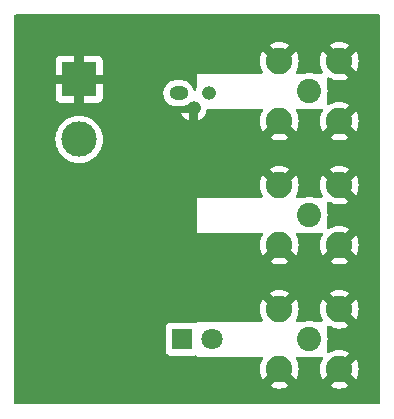
<source format=gbr>
%TF.GenerationSoftware,KiCad,Pcbnew,8.0.2*%
%TF.CreationDate,2025-01-11T01:25:53-03:00*%
%TF.ProjectId,PD,50442e6b-6963-4616-945f-706362585858,rev?*%
%TF.SameCoordinates,Original*%
%TF.FileFunction,Copper,L2,Bot*%
%TF.FilePolarity,Positive*%
%FSLAX46Y46*%
G04 Gerber Fmt 4.6, Leading zero omitted, Abs format (unit mm)*
G04 Created by KiCad (PCBNEW 8.0.2) date 2025-01-11 01:25:53*
%MOMM*%
%LPD*%
G01*
G04 APERTURE LIST*
%TA.AperFunction,ComponentPad*%
%ADD10O,1.600000X1.200000*%
%TD*%
%TA.AperFunction,ComponentPad*%
%ADD11O,1.200000X1.200000*%
%TD*%
%TA.AperFunction,ComponentPad*%
%ADD12R,1.800000X1.800000*%
%TD*%
%TA.AperFunction,ComponentPad*%
%ADD13C,1.800000*%
%TD*%
%TA.AperFunction,ComponentPad*%
%ADD14R,3.000000X3.000000*%
%TD*%
%TA.AperFunction,ComponentPad*%
%ADD15C,3.000000*%
%TD*%
%TA.AperFunction,ComponentPad*%
%ADD16C,2.050000*%
%TD*%
%TA.AperFunction,ComponentPad*%
%ADD17C,2.250000*%
%TD*%
%TA.AperFunction,ViaPad*%
%ADD18C,0.812800*%
%TD*%
G04 APERTURE END LIST*
D10*
%TO.P,D1,1,K*%
%TO.N,Net-(D1-K)*%
X114414724Y-67184724D03*
D11*
%TO.P,D1,2,C*%
%TO.N,GND*%
X115684724Y-68454724D03*
%TO.P,D1,3,A*%
%TO.N,Net-(D1-A)*%
X116954724Y-67184724D03*
%TD*%
D12*
%TO.P,D3,1,K*%
%TO.N,Net-(D1-K)*%
X114725000Y-88000000D03*
D13*
%TO.P,D3,2,A*%
%TO.N,Net-(D3-A)*%
X117265000Y-88000000D03*
%TD*%
D14*
%TO.P,J5,1,Pin_1*%
%TO.N,GND*%
X106000000Y-66000000D03*
D15*
%TO.P,J5,2,Pin_2*%
%TO.N,Net-(J5-Pin_2)*%
X106000000Y-71080000D03*
%TD*%
D16*
%TO.P,J4,1,In*%
%TO.N,Net-(D3-A)*%
X125500000Y-88000000D03*
D17*
%TO.P,J4,2,Ext*%
%TO.N,GND*%
X128040000Y-90540000D03*
X128040000Y-85460000D03*
X122960000Y-90540000D03*
X122960000Y-85460000D03*
%TD*%
D16*
%TO.P,J2,1,In*%
%TO.N,Net-(D1-A)*%
X125500000Y-67000000D03*
D17*
%TO.P,J2,2,Ext*%
%TO.N,GND*%
X128040000Y-69540000D03*
X128040000Y-64460000D03*
X122960000Y-69540000D03*
X122960000Y-64460000D03*
%TD*%
D16*
%TO.P,J3,1,In*%
%TO.N,Net-(J3-In)*%
X125500000Y-77500000D03*
D17*
%TO.P,J3,2,Ext*%
%TO.N,GND*%
X128040000Y-80040000D03*
X128040000Y-74960000D03*
X122960000Y-80040000D03*
X122960000Y-74960000D03*
%TD*%
D18*
%TO.N,GND*%
X106000000Y-86500000D03*
%TD*%
%TA.AperFunction,Conductor*%
%TO.N,GND*%
G36*
X131442539Y-60520185D02*
G01*
X131488294Y-60572989D01*
X131499500Y-60624500D01*
X131499500Y-93375500D01*
X131479815Y-93442539D01*
X131427011Y-93488294D01*
X131375500Y-93499500D01*
X100624500Y-93499500D01*
X100557461Y-93479815D01*
X100511706Y-93427011D01*
X100500500Y-93375500D01*
X100500500Y-87052135D01*
X113324500Y-87052135D01*
X113324500Y-88947870D01*
X113324501Y-88947876D01*
X113330908Y-89007483D01*
X113381202Y-89142328D01*
X113381206Y-89142335D01*
X113467452Y-89257544D01*
X113467455Y-89257547D01*
X113582664Y-89343793D01*
X113582671Y-89343797D01*
X113717517Y-89394091D01*
X113717516Y-89394091D01*
X113724444Y-89394835D01*
X113777127Y-89400500D01*
X115672872Y-89400499D01*
X115732483Y-89394091D01*
X115832667Y-89356725D01*
X115902359Y-89351741D01*
X115963682Y-89385226D01*
X115997166Y-89446549D01*
X116000000Y-89472907D01*
X116000000Y-89500000D01*
X121470049Y-89500000D01*
X121537088Y-89519685D01*
X121582843Y-89572489D01*
X121592787Y-89641647D01*
X121575777Y-89688790D01*
X121507633Y-89799990D01*
X121409752Y-90036297D01*
X121350042Y-90285010D01*
X121329975Y-90540000D01*
X121350042Y-90794989D01*
X121409752Y-91043702D01*
X121507634Y-91280012D01*
X121507636Y-91280015D01*
X121563362Y-91370951D01*
X122143752Y-90790561D01*
X122206740Y-90942626D01*
X122299762Y-91081844D01*
X122418156Y-91200238D01*
X122557374Y-91293260D01*
X122709437Y-91356247D01*
X122129047Y-91936636D01*
X122129047Y-91936637D01*
X122219984Y-91992363D01*
X122219987Y-91992365D01*
X122456297Y-92090247D01*
X122705011Y-92149957D01*
X122705010Y-92149957D01*
X122960000Y-92170024D01*
X123214989Y-92149957D01*
X123463702Y-92090247D01*
X123700010Y-91992365D01*
X123790950Y-91936636D01*
X123210562Y-91356247D01*
X123362626Y-91293260D01*
X123501844Y-91200238D01*
X123620238Y-91081844D01*
X123713260Y-90942626D01*
X123776247Y-90790561D01*
X124356636Y-91370950D01*
X124412365Y-91280010D01*
X124510247Y-91043702D01*
X124569957Y-90794989D01*
X124590024Y-90540000D01*
X124569957Y-90285010D01*
X124510247Y-90036297D01*
X124412366Y-89799990D01*
X124344223Y-89688790D01*
X124325979Y-89621344D01*
X124347096Y-89554741D01*
X124400867Y-89510128D01*
X124449951Y-89500000D01*
X125198556Y-89500000D01*
X125227501Y-89503425D01*
X125260621Y-89511377D01*
X125500000Y-89530217D01*
X125739379Y-89511377D01*
X125772498Y-89503425D01*
X125801444Y-89500000D01*
X126550049Y-89500000D01*
X126617088Y-89519685D01*
X126662843Y-89572489D01*
X126672787Y-89641647D01*
X126655777Y-89688790D01*
X126587633Y-89799990D01*
X126489752Y-90036297D01*
X126430042Y-90285010D01*
X126409975Y-90540000D01*
X126430042Y-90794989D01*
X126489752Y-91043702D01*
X126587634Y-91280012D01*
X126587636Y-91280015D01*
X126643362Y-91370951D01*
X127223752Y-90790561D01*
X127286740Y-90942626D01*
X127379762Y-91081844D01*
X127498156Y-91200238D01*
X127637374Y-91293260D01*
X127789437Y-91356247D01*
X127209047Y-91936636D01*
X127209047Y-91936637D01*
X127299984Y-91992363D01*
X127299987Y-91992365D01*
X127536297Y-92090247D01*
X127785011Y-92149957D01*
X127785010Y-92149957D01*
X128040000Y-92170024D01*
X128294989Y-92149957D01*
X128543702Y-92090247D01*
X128780010Y-91992365D01*
X128870950Y-91936636D01*
X128290562Y-91356247D01*
X128442626Y-91293260D01*
X128581844Y-91200238D01*
X128700238Y-91081844D01*
X128793260Y-90942626D01*
X128856247Y-90790561D01*
X129436636Y-91370950D01*
X129492365Y-91280010D01*
X129590247Y-91043702D01*
X129649957Y-90794989D01*
X129670024Y-90540000D01*
X129649957Y-90285010D01*
X129590247Y-90036297D01*
X129492365Y-89799987D01*
X129492363Y-89799984D01*
X129436636Y-89709047D01*
X128856246Y-90289436D01*
X128793260Y-90137374D01*
X128700238Y-89998156D01*
X128581844Y-89879762D01*
X128442626Y-89786740D01*
X128290561Y-89723752D01*
X128870951Y-89143362D01*
X128780015Y-89087636D01*
X128780012Y-89087634D01*
X128543702Y-88989752D01*
X128294988Y-88930042D01*
X128294989Y-88930042D01*
X128040000Y-88909975D01*
X127785010Y-88930042D01*
X127536297Y-88989752D01*
X127299990Y-89087633D01*
X127188790Y-89155777D01*
X127121344Y-89174021D01*
X127054741Y-89152904D01*
X127010128Y-89099133D01*
X127000000Y-89050049D01*
X127000000Y-88301444D01*
X127003426Y-88272497D01*
X127011376Y-88239382D01*
X127011377Y-88239379D01*
X127030217Y-88000000D01*
X127011377Y-87760621D01*
X127003426Y-87727500D01*
X127000000Y-87698555D01*
X127000000Y-86949950D01*
X127019685Y-86882911D01*
X127072489Y-86837156D01*
X127141647Y-86827212D01*
X127188790Y-86844223D01*
X127299984Y-86912363D01*
X127299987Y-86912365D01*
X127536297Y-87010247D01*
X127785011Y-87069957D01*
X127785010Y-87069957D01*
X128040000Y-87090024D01*
X128294989Y-87069957D01*
X128543702Y-87010247D01*
X128780010Y-86912365D01*
X128870950Y-86856636D01*
X128290561Y-86276247D01*
X128442626Y-86213260D01*
X128581844Y-86120238D01*
X128700238Y-86001844D01*
X128793260Y-85862626D01*
X128856247Y-85710561D01*
X129436636Y-86290950D01*
X129492365Y-86200010D01*
X129590247Y-85963702D01*
X129649957Y-85714989D01*
X129670024Y-85460000D01*
X129649957Y-85205010D01*
X129590247Y-84956297D01*
X129492365Y-84719987D01*
X129492363Y-84719984D01*
X129436636Y-84629047D01*
X128856246Y-85209436D01*
X128793260Y-85057374D01*
X128700238Y-84918156D01*
X128581844Y-84799762D01*
X128442626Y-84706740D01*
X128290561Y-84643752D01*
X128870951Y-84063362D01*
X128780015Y-84007636D01*
X128780012Y-84007634D01*
X128543702Y-83909752D01*
X128294988Y-83850042D01*
X128294989Y-83850042D01*
X128040000Y-83829975D01*
X127785010Y-83850042D01*
X127536297Y-83909752D01*
X127299995Y-84007631D01*
X127299985Y-84007636D01*
X127209047Y-84063362D01*
X127789438Y-84643752D01*
X127637374Y-84706740D01*
X127498156Y-84799762D01*
X127379762Y-84918156D01*
X127286740Y-85057374D01*
X127223752Y-85209437D01*
X126643362Y-84629047D01*
X126587636Y-84719985D01*
X126587631Y-84719995D01*
X126489752Y-84956297D01*
X126430042Y-85205010D01*
X126409975Y-85460000D01*
X126430042Y-85714989D01*
X126489752Y-85963702D01*
X126587633Y-86200009D01*
X126655777Y-86311210D01*
X126674021Y-86378656D01*
X126652904Y-86445259D01*
X126599133Y-86489872D01*
X126550049Y-86500000D01*
X125801444Y-86500000D01*
X125772498Y-86496574D01*
X125767231Y-86495309D01*
X125739382Y-86488623D01*
X125500000Y-86469783D01*
X125260617Y-86488623D01*
X125231615Y-86495586D01*
X125227501Y-86496574D01*
X125198556Y-86500000D01*
X124449951Y-86500000D01*
X124382912Y-86480315D01*
X124337157Y-86427511D01*
X124327213Y-86358353D01*
X124344223Y-86311210D01*
X124412366Y-86200009D01*
X124510247Y-85963702D01*
X124569957Y-85714989D01*
X124590024Y-85460000D01*
X124569957Y-85205010D01*
X124510247Y-84956297D01*
X124412365Y-84719987D01*
X124412363Y-84719984D01*
X124356636Y-84629047D01*
X123776246Y-85209436D01*
X123713260Y-85057374D01*
X123620238Y-84918156D01*
X123501844Y-84799762D01*
X123362626Y-84706740D01*
X123210561Y-84643752D01*
X123790951Y-84063362D01*
X123700015Y-84007636D01*
X123700012Y-84007634D01*
X123463702Y-83909752D01*
X123214988Y-83850042D01*
X123214989Y-83850042D01*
X122960000Y-83829975D01*
X122705010Y-83850042D01*
X122456297Y-83909752D01*
X122219995Y-84007631D01*
X122219985Y-84007636D01*
X122129047Y-84063362D01*
X122709438Y-84643752D01*
X122557374Y-84706740D01*
X122418156Y-84799762D01*
X122299762Y-84918156D01*
X122206740Y-85057374D01*
X122143752Y-85209437D01*
X121563362Y-84629047D01*
X121507636Y-84719985D01*
X121507631Y-84719995D01*
X121409752Y-84956297D01*
X121350042Y-85205010D01*
X121329975Y-85460000D01*
X121350042Y-85714989D01*
X121409752Y-85963702D01*
X121507633Y-86200009D01*
X121575777Y-86311210D01*
X121594021Y-86378656D01*
X121572904Y-86445259D01*
X121519133Y-86489872D01*
X121470049Y-86500000D01*
X116000000Y-86500000D01*
X116000000Y-86527092D01*
X115980315Y-86594131D01*
X115927511Y-86639886D01*
X115858353Y-86649830D01*
X115832668Y-86643274D01*
X115732485Y-86605909D01*
X115732483Y-86605908D01*
X115672883Y-86599501D01*
X115672881Y-86599500D01*
X115672873Y-86599500D01*
X115672864Y-86599500D01*
X113777129Y-86599500D01*
X113777123Y-86599501D01*
X113717516Y-86605908D01*
X113582671Y-86656202D01*
X113582664Y-86656206D01*
X113467455Y-86742452D01*
X113467452Y-86742455D01*
X113381206Y-86857664D01*
X113381202Y-86857671D01*
X113330908Y-86992517D01*
X113324501Y-87052116D01*
X113324500Y-87052135D01*
X100500500Y-87052135D01*
X100500500Y-76000000D01*
X116000000Y-76000000D01*
X116000000Y-79000000D01*
X121470049Y-79000000D01*
X121537088Y-79019685D01*
X121582843Y-79072489D01*
X121592787Y-79141647D01*
X121575777Y-79188790D01*
X121507633Y-79299990D01*
X121409752Y-79536297D01*
X121350042Y-79785010D01*
X121329975Y-80040000D01*
X121350042Y-80294989D01*
X121409752Y-80543702D01*
X121507634Y-80780012D01*
X121507636Y-80780015D01*
X121563362Y-80870951D01*
X122143752Y-80290561D01*
X122206740Y-80442626D01*
X122299762Y-80581844D01*
X122418156Y-80700238D01*
X122557374Y-80793260D01*
X122709437Y-80856247D01*
X122129047Y-81436636D01*
X122129047Y-81436637D01*
X122219984Y-81492363D01*
X122219987Y-81492365D01*
X122456297Y-81590247D01*
X122705011Y-81649957D01*
X122705010Y-81649957D01*
X122960000Y-81670024D01*
X123214989Y-81649957D01*
X123463702Y-81590247D01*
X123700010Y-81492365D01*
X123790950Y-81436636D01*
X123210562Y-80856247D01*
X123362626Y-80793260D01*
X123501844Y-80700238D01*
X123620238Y-80581844D01*
X123713260Y-80442626D01*
X123776247Y-80290561D01*
X124356636Y-80870950D01*
X124412365Y-80780010D01*
X124510247Y-80543702D01*
X124569957Y-80294989D01*
X124590024Y-80040000D01*
X124569957Y-79785010D01*
X124510247Y-79536297D01*
X124412366Y-79299990D01*
X124344223Y-79188790D01*
X124325979Y-79121344D01*
X124347096Y-79054741D01*
X124400867Y-79010128D01*
X124449951Y-79000000D01*
X125198556Y-79000000D01*
X125227501Y-79003425D01*
X125260621Y-79011377D01*
X125500000Y-79030217D01*
X125739379Y-79011377D01*
X125772498Y-79003425D01*
X125801444Y-79000000D01*
X126550049Y-79000000D01*
X126617088Y-79019685D01*
X126662843Y-79072489D01*
X126672787Y-79141647D01*
X126655777Y-79188790D01*
X126587633Y-79299990D01*
X126489752Y-79536297D01*
X126430042Y-79785010D01*
X126409975Y-80040000D01*
X126430042Y-80294989D01*
X126489752Y-80543702D01*
X126587634Y-80780012D01*
X126587636Y-80780015D01*
X126643362Y-80870951D01*
X127223752Y-80290561D01*
X127286740Y-80442626D01*
X127379762Y-80581844D01*
X127498156Y-80700238D01*
X127637374Y-80793260D01*
X127789437Y-80856247D01*
X127209047Y-81436636D01*
X127209047Y-81436637D01*
X127299984Y-81492363D01*
X127299987Y-81492365D01*
X127536297Y-81590247D01*
X127785011Y-81649957D01*
X127785010Y-81649957D01*
X128040000Y-81670024D01*
X128294989Y-81649957D01*
X128543702Y-81590247D01*
X128780010Y-81492365D01*
X128870950Y-81436636D01*
X128290562Y-80856247D01*
X128442626Y-80793260D01*
X128581844Y-80700238D01*
X128700238Y-80581844D01*
X128793260Y-80442626D01*
X128856247Y-80290561D01*
X129436636Y-80870950D01*
X129492365Y-80780010D01*
X129590247Y-80543702D01*
X129649957Y-80294989D01*
X129670024Y-80040000D01*
X129649957Y-79785010D01*
X129590247Y-79536297D01*
X129492365Y-79299987D01*
X129492363Y-79299984D01*
X129436636Y-79209047D01*
X128856246Y-79789436D01*
X128793260Y-79637374D01*
X128700238Y-79498156D01*
X128581844Y-79379762D01*
X128442626Y-79286740D01*
X128290561Y-79223752D01*
X128870951Y-78643362D01*
X128780015Y-78587636D01*
X128780012Y-78587634D01*
X128543702Y-78489752D01*
X128294988Y-78430042D01*
X128294989Y-78430042D01*
X128040000Y-78409975D01*
X127785010Y-78430042D01*
X127536297Y-78489752D01*
X127299990Y-78587633D01*
X127188790Y-78655777D01*
X127121344Y-78674021D01*
X127054741Y-78652904D01*
X127010128Y-78599133D01*
X127000000Y-78550049D01*
X127000000Y-77801444D01*
X127003426Y-77772497D01*
X127011376Y-77739382D01*
X127011377Y-77739379D01*
X127030217Y-77500000D01*
X127011377Y-77260621D01*
X127003426Y-77227500D01*
X127000000Y-77198555D01*
X127000000Y-76449950D01*
X127019685Y-76382911D01*
X127072489Y-76337156D01*
X127141647Y-76327212D01*
X127188790Y-76344223D01*
X127299984Y-76412363D01*
X127299987Y-76412365D01*
X127536297Y-76510247D01*
X127785011Y-76569957D01*
X127785010Y-76569957D01*
X128040000Y-76590024D01*
X128294989Y-76569957D01*
X128543702Y-76510247D01*
X128780010Y-76412365D01*
X128870950Y-76356636D01*
X128290561Y-75776247D01*
X128442626Y-75713260D01*
X128581844Y-75620238D01*
X128700238Y-75501844D01*
X128793260Y-75362626D01*
X128856247Y-75210561D01*
X129436636Y-75790950D01*
X129492365Y-75700010D01*
X129590247Y-75463702D01*
X129649957Y-75214989D01*
X129670024Y-74960000D01*
X129649957Y-74705010D01*
X129590247Y-74456297D01*
X129492365Y-74219987D01*
X129492363Y-74219984D01*
X129436636Y-74129047D01*
X128856246Y-74709436D01*
X128793260Y-74557374D01*
X128700238Y-74418156D01*
X128581844Y-74299762D01*
X128442626Y-74206740D01*
X128290561Y-74143752D01*
X128870951Y-73563362D01*
X128780015Y-73507636D01*
X128780012Y-73507634D01*
X128543702Y-73409752D01*
X128294988Y-73350042D01*
X128294989Y-73350042D01*
X128040000Y-73329975D01*
X127785010Y-73350042D01*
X127536297Y-73409752D01*
X127299995Y-73507631D01*
X127299985Y-73507636D01*
X127209047Y-73563362D01*
X127789438Y-74143752D01*
X127637374Y-74206740D01*
X127498156Y-74299762D01*
X127379762Y-74418156D01*
X127286740Y-74557374D01*
X127223752Y-74709437D01*
X126643362Y-74129047D01*
X126587636Y-74219985D01*
X126587631Y-74219995D01*
X126489752Y-74456297D01*
X126430042Y-74705010D01*
X126409975Y-74960000D01*
X126430042Y-75214989D01*
X126489752Y-75463702D01*
X126587633Y-75700009D01*
X126655777Y-75811210D01*
X126674021Y-75878656D01*
X126652904Y-75945259D01*
X126599133Y-75989872D01*
X126550049Y-76000000D01*
X125801444Y-76000000D01*
X125772498Y-75996574D01*
X125767231Y-75995309D01*
X125739382Y-75988623D01*
X125500000Y-75969783D01*
X125260617Y-75988623D01*
X125231615Y-75995586D01*
X125227501Y-75996574D01*
X125198556Y-76000000D01*
X124449951Y-76000000D01*
X124382912Y-75980315D01*
X124337157Y-75927511D01*
X124327213Y-75858353D01*
X124344223Y-75811210D01*
X124412366Y-75700009D01*
X124510247Y-75463702D01*
X124569957Y-75214989D01*
X124590024Y-74960000D01*
X124569957Y-74705010D01*
X124510247Y-74456297D01*
X124412365Y-74219987D01*
X124412363Y-74219984D01*
X124356636Y-74129047D01*
X123776246Y-74709436D01*
X123713260Y-74557374D01*
X123620238Y-74418156D01*
X123501844Y-74299762D01*
X123362626Y-74206740D01*
X123210561Y-74143752D01*
X123790951Y-73563362D01*
X123700015Y-73507636D01*
X123700012Y-73507634D01*
X123463702Y-73409752D01*
X123214988Y-73350042D01*
X123214989Y-73350042D01*
X122960000Y-73329975D01*
X122705010Y-73350042D01*
X122456297Y-73409752D01*
X122219995Y-73507631D01*
X122219985Y-73507636D01*
X122129047Y-73563362D01*
X122709438Y-74143752D01*
X122557374Y-74206740D01*
X122418156Y-74299762D01*
X122299762Y-74418156D01*
X122206740Y-74557374D01*
X122143752Y-74709437D01*
X121563362Y-74129047D01*
X121507636Y-74219985D01*
X121507631Y-74219995D01*
X121409752Y-74456297D01*
X121350042Y-74705010D01*
X121329975Y-74960000D01*
X121350042Y-75214989D01*
X121409752Y-75463702D01*
X121507633Y-75700009D01*
X121575777Y-75811210D01*
X121594021Y-75878656D01*
X121572904Y-75945259D01*
X121519133Y-75989872D01*
X121470049Y-76000000D01*
X116000000Y-76000000D01*
X100500500Y-76000000D01*
X100500500Y-71079998D01*
X103994390Y-71079998D01*
X103994390Y-71080001D01*
X104014804Y-71365433D01*
X104075628Y-71645037D01*
X104175635Y-71913166D01*
X104312770Y-72164309D01*
X104312775Y-72164317D01*
X104484254Y-72393387D01*
X104484270Y-72393405D01*
X104686594Y-72595729D01*
X104686612Y-72595745D01*
X104915682Y-72767224D01*
X104915690Y-72767229D01*
X105166833Y-72904364D01*
X105166832Y-72904364D01*
X105166836Y-72904365D01*
X105166839Y-72904367D01*
X105434954Y-73004369D01*
X105434960Y-73004370D01*
X105434962Y-73004371D01*
X105714566Y-73065195D01*
X105714568Y-73065195D01*
X105714572Y-73065196D01*
X105968220Y-73083337D01*
X105999999Y-73085610D01*
X106000000Y-73085610D01*
X106000001Y-73085610D01*
X106028595Y-73083564D01*
X106285428Y-73065196D01*
X106565046Y-73004369D01*
X106833161Y-72904367D01*
X107084315Y-72767226D01*
X107313395Y-72595739D01*
X107515739Y-72393395D01*
X107687226Y-72164315D01*
X107824367Y-71913161D01*
X107924369Y-71645046D01*
X107985196Y-71365428D01*
X108005610Y-71080000D01*
X107985196Y-70794572D01*
X107924369Y-70514954D01*
X107824367Y-70246839D01*
X107713445Y-70043702D01*
X107687229Y-69995690D01*
X107687224Y-69995682D01*
X107515745Y-69766612D01*
X107515729Y-69766594D01*
X107313405Y-69564270D01*
X107313387Y-69564254D01*
X107084317Y-69392775D01*
X107084309Y-69392770D01*
X106833166Y-69255635D01*
X106833167Y-69255635D01*
X106681231Y-69198966D01*
X106565046Y-69155631D01*
X106565043Y-69155630D01*
X106565037Y-69155628D01*
X106285433Y-69094804D01*
X106000001Y-69074390D01*
X105999999Y-69074390D01*
X105714566Y-69094804D01*
X105434962Y-69155628D01*
X105166833Y-69255635D01*
X104915690Y-69392770D01*
X104915682Y-69392775D01*
X104686612Y-69564254D01*
X104686594Y-69564270D01*
X104484270Y-69766594D01*
X104484254Y-69766612D01*
X104312775Y-69995682D01*
X104312770Y-69995690D01*
X104175635Y-70246833D01*
X104075628Y-70514962D01*
X104014804Y-70794566D01*
X103994390Y-71079998D01*
X100500500Y-71079998D01*
X100500500Y-68854724D01*
X114655074Y-68854724D01*
X114745476Y-69036278D01*
X114868332Y-69198966D01*
X115018984Y-69336302D01*
X115192310Y-69443622D01*
X115192315Y-69443624D01*
X115284723Y-69479423D01*
X115284724Y-69479423D01*
X115284724Y-68854724D01*
X114655074Y-68854724D01*
X100500500Y-68854724D01*
X100500500Y-64452155D01*
X104000000Y-64452155D01*
X104000000Y-65600000D01*
X105353228Y-65600000D01*
X105326497Y-65640005D01*
X105269207Y-65778316D01*
X105240000Y-65925147D01*
X105240000Y-66074853D01*
X105269207Y-66221684D01*
X105326497Y-66359995D01*
X105353228Y-66400000D01*
X104000000Y-66400000D01*
X104000000Y-67547844D01*
X104006401Y-67607372D01*
X104006403Y-67607379D01*
X104056645Y-67742086D01*
X104056649Y-67742093D01*
X104142809Y-67857187D01*
X104142812Y-67857190D01*
X104257906Y-67943350D01*
X104257913Y-67943354D01*
X104392620Y-67993596D01*
X104392627Y-67993598D01*
X104452155Y-67999999D01*
X104452172Y-68000000D01*
X105600000Y-68000000D01*
X105600000Y-66646772D01*
X105640005Y-66673503D01*
X105778316Y-66730793D01*
X105925147Y-66760000D01*
X106074853Y-66760000D01*
X106221684Y-66730793D01*
X106359995Y-66673503D01*
X106400000Y-66646772D01*
X106400000Y-68000000D01*
X107547828Y-68000000D01*
X107547844Y-67999999D01*
X107607372Y-67993598D01*
X107607379Y-67993596D01*
X107742086Y-67943354D01*
X107742093Y-67943350D01*
X107857187Y-67857190D01*
X107857190Y-67857187D01*
X107943350Y-67742093D01*
X107943354Y-67742086D01*
X107993596Y-67607379D01*
X107993598Y-67607372D01*
X107999999Y-67547844D01*
X108000000Y-67547827D01*
X108000000Y-67098113D01*
X113114224Y-67098113D01*
X113114224Y-67271335D01*
X113141322Y-67442425D01*
X113194851Y-67607169D01*
X113273492Y-67761512D01*
X113375310Y-67901652D01*
X113497796Y-68024138D01*
X113637936Y-68125956D01*
X113792279Y-68204597D01*
X113957023Y-68258126D01*
X114128113Y-68285224D01*
X114128114Y-68285224D01*
X114701334Y-68285224D01*
X114701335Y-68285224D01*
X114872425Y-68258126D01*
X115037169Y-68204597D01*
X115191512Y-68125956D01*
X115228431Y-68099133D01*
X115256960Y-68078406D01*
X115322766Y-68054926D01*
X115329845Y-68054724D01*
X115876000Y-68054724D01*
X115943039Y-68074409D01*
X115988794Y-68127213D01*
X116000000Y-68178724D01*
X116000000Y-68300798D01*
X115964794Y-68239819D01*
X115899629Y-68174654D01*
X115819819Y-68128576D01*
X115730802Y-68104724D01*
X115638646Y-68104724D01*
X115549629Y-68128576D01*
X115469819Y-68174654D01*
X115404654Y-68239819D01*
X115358576Y-68319629D01*
X115334724Y-68408646D01*
X115334724Y-68500802D01*
X115358576Y-68589819D01*
X115404654Y-68669629D01*
X115469819Y-68734794D01*
X115549629Y-68780872D01*
X115638646Y-68804724D01*
X115730802Y-68804724D01*
X115819819Y-68780872D01*
X115899629Y-68734794D01*
X115964794Y-68669629D01*
X116010872Y-68589819D01*
X116029215Y-68521360D01*
X116073518Y-68572489D01*
X116084724Y-68624000D01*
X116084724Y-69479423D01*
X116177132Y-69443624D01*
X116177137Y-69443622D01*
X116350463Y-69336302D01*
X116501115Y-69198966D01*
X116623969Y-69036280D01*
X116714837Y-68853793D01*
X116714840Y-68853787D01*
X116770626Y-68657716D01*
X116770627Y-68657713D01*
X116774811Y-68612559D01*
X116800597Y-68547622D01*
X116857397Y-68506934D01*
X116898282Y-68500000D01*
X121470049Y-68500000D01*
X121537088Y-68519685D01*
X121582843Y-68572489D01*
X121592787Y-68641647D01*
X121575777Y-68688790D01*
X121507633Y-68799990D01*
X121409752Y-69036297D01*
X121350042Y-69285010D01*
X121329975Y-69540000D01*
X121350042Y-69794989D01*
X121409752Y-70043702D01*
X121507634Y-70280012D01*
X121507636Y-70280015D01*
X121563362Y-70370951D01*
X122143752Y-69790561D01*
X122206740Y-69942626D01*
X122299762Y-70081844D01*
X122418156Y-70200238D01*
X122557374Y-70293260D01*
X122709437Y-70356247D01*
X122129047Y-70936636D01*
X122129047Y-70936637D01*
X122219984Y-70992363D01*
X122219987Y-70992365D01*
X122456297Y-71090247D01*
X122705011Y-71149957D01*
X122705010Y-71149957D01*
X122960000Y-71170024D01*
X123214989Y-71149957D01*
X123463702Y-71090247D01*
X123700010Y-70992365D01*
X123790950Y-70936636D01*
X123210562Y-70356247D01*
X123362626Y-70293260D01*
X123501844Y-70200238D01*
X123620238Y-70081844D01*
X123713260Y-69942626D01*
X123776247Y-69790561D01*
X124356636Y-70370950D01*
X124412365Y-70280010D01*
X124510247Y-70043702D01*
X124569957Y-69794989D01*
X124590024Y-69540000D01*
X124569957Y-69285010D01*
X124510247Y-69036297D01*
X124412366Y-68799990D01*
X124344223Y-68688790D01*
X124325979Y-68621344D01*
X124347096Y-68554741D01*
X124400867Y-68510128D01*
X124449951Y-68500000D01*
X125198556Y-68500000D01*
X125227501Y-68503425D01*
X125260621Y-68511377D01*
X125500000Y-68530217D01*
X125739379Y-68511377D01*
X125772498Y-68503425D01*
X125801444Y-68500000D01*
X126550049Y-68500000D01*
X126617088Y-68519685D01*
X126662843Y-68572489D01*
X126672787Y-68641647D01*
X126655777Y-68688790D01*
X126587633Y-68799990D01*
X126489752Y-69036297D01*
X126430042Y-69285010D01*
X126409975Y-69540000D01*
X126430042Y-69794989D01*
X126489752Y-70043702D01*
X126587634Y-70280012D01*
X126587636Y-70280015D01*
X126643362Y-70370951D01*
X127223752Y-69790561D01*
X127286740Y-69942626D01*
X127379762Y-70081844D01*
X127498156Y-70200238D01*
X127637374Y-70293260D01*
X127789437Y-70356247D01*
X127209047Y-70936636D01*
X127209047Y-70936637D01*
X127299984Y-70992363D01*
X127299987Y-70992365D01*
X127536297Y-71090247D01*
X127785011Y-71149957D01*
X127785010Y-71149957D01*
X128040000Y-71170024D01*
X128294989Y-71149957D01*
X128543702Y-71090247D01*
X128780010Y-70992365D01*
X128870950Y-70936636D01*
X128290562Y-70356247D01*
X128442626Y-70293260D01*
X128581844Y-70200238D01*
X128700238Y-70081844D01*
X128793260Y-69942626D01*
X128856247Y-69790561D01*
X129436636Y-70370950D01*
X129492365Y-70280010D01*
X129590247Y-70043702D01*
X129649957Y-69794989D01*
X129670024Y-69540000D01*
X129649957Y-69285010D01*
X129590247Y-69036297D01*
X129492365Y-68799987D01*
X129492363Y-68799984D01*
X129436636Y-68709047D01*
X128856246Y-69289436D01*
X128793260Y-69137374D01*
X128700238Y-68998156D01*
X128581844Y-68879762D01*
X128442626Y-68786740D01*
X128290561Y-68723752D01*
X128870951Y-68143362D01*
X128780015Y-68087636D01*
X128780012Y-68087634D01*
X128543702Y-67989752D01*
X128294988Y-67930042D01*
X128294989Y-67930042D01*
X128040000Y-67909975D01*
X127785010Y-67930042D01*
X127536297Y-67989752D01*
X127299990Y-68087633D01*
X127188790Y-68155777D01*
X127121344Y-68174021D01*
X127054741Y-68152904D01*
X127010128Y-68099133D01*
X127000000Y-68050049D01*
X127000000Y-67301444D01*
X127003426Y-67272497D01*
X127011376Y-67239382D01*
X127011377Y-67239379D01*
X127030217Y-67000000D01*
X127011377Y-66760621D01*
X127003426Y-66727500D01*
X127000000Y-66698555D01*
X127000000Y-65949950D01*
X127019685Y-65882911D01*
X127072489Y-65837156D01*
X127141647Y-65827212D01*
X127188790Y-65844223D01*
X127299984Y-65912363D01*
X127299987Y-65912365D01*
X127536297Y-66010247D01*
X127785011Y-66069957D01*
X127785010Y-66069957D01*
X128040000Y-66090024D01*
X128294989Y-66069957D01*
X128543702Y-66010247D01*
X128780010Y-65912365D01*
X128870950Y-65856636D01*
X128290561Y-65276247D01*
X128442626Y-65213260D01*
X128581844Y-65120238D01*
X128700238Y-65001844D01*
X128793260Y-64862626D01*
X128856247Y-64710561D01*
X129436636Y-65290950D01*
X129492365Y-65200010D01*
X129590247Y-64963702D01*
X129649957Y-64714989D01*
X129670024Y-64460000D01*
X129649957Y-64205010D01*
X129590247Y-63956297D01*
X129492365Y-63719987D01*
X129492363Y-63719984D01*
X129436636Y-63629047D01*
X128856246Y-64209436D01*
X128793260Y-64057374D01*
X128700238Y-63918156D01*
X128581844Y-63799762D01*
X128442626Y-63706740D01*
X128290561Y-63643752D01*
X128870951Y-63063362D01*
X128780015Y-63007636D01*
X128780012Y-63007634D01*
X128543702Y-62909752D01*
X128294988Y-62850042D01*
X128294989Y-62850042D01*
X128040000Y-62829975D01*
X127785010Y-62850042D01*
X127536297Y-62909752D01*
X127299995Y-63007631D01*
X127299985Y-63007636D01*
X127209047Y-63063362D01*
X127789438Y-63643752D01*
X127637374Y-63706740D01*
X127498156Y-63799762D01*
X127379762Y-63918156D01*
X127286740Y-64057374D01*
X127223752Y-64209437D01*
X126643362Y-63629047D01*
X126587636Y-63719985D01*
X126587631Y-63719995D01*
X126489752Y-63956297D01*
X126430042Y-64205010D01*
X126409975Y-64460000D01*
X126430042Y-64714989D01*
X126489752Y-64963702D01*
X126587633Y-65200009D01*
X126655777Y-65311210D01*
X126674021Y-65378656D01*
X126652904Y-65445259D01*
X126599133Y-65489872D01*
X126550049Y-65500000D01*
X125801444Y-65500000D01*
X125772498Y-65496574D01*
X125767231Y-65495309D01*
X125739382Y-65488623D01*
X125500000Y-65469783D01*
X125260617Y-65488623D01*
X125231615Y-65495586D01*
X125227501Y-65496574D01*
X125198556Y-65500000D01*
X124449951Y-65500000D01*
X124382912Y-65480315D01*
X124337157Y-65427511D01*
X124327213Y-65358353D01*
X124344223Y-65311210D01*
X124412366Y-65200009D01*
X124510247Y-64963702D01*
X124569957Y-64714989D01*
X124590024Y-64460000D01*
X124569957Y-64205010D01*
X124510247Y-63956297D01*
X124412365Y-63719987D01*
X124412363Y-63719984D01*
X124356636Y-63629047D01*
X123776246Y-64209436D01*
X123713260Y-64057374D01*
X123620238Y-63918156D01*
X123501844Y-63799762D01*
X123362626Y-63706740D01*
X123210561Y-63643752D01*
X123790951Y-63063362D01*
X123700015Y-63007636D01*
X123700012Y-63007634D01*
X123463702Y-62909752D01*
X123214988Y-62850042D01*
X123214989Y-62850042D01*
X122960000Y-62829975D01*
X122705010Y-62850042D01*
X122456297Y-62909752D01*
X122219995Y-63007631D01*
X122219985Y-63007636D01*
X122129047Y-63063362D01*
X122709438Y-63643752D01*
X122557374Y-63706740D01*
X122418156Y-63799762D01*
X122299762Y-63918156D01*
X122206740Y-64057374D01*
X122143752Y-64209437D01*
X121563362Y-63629047D01*
X121507636Y-63719985D01*
X121507631Y-63719995D01*
X121409752Y-63956297D01*
X121350042Y-64205010D01*
X121329975Y-64460000D01*
X121350042Y-64714989D01*
X121409752Y-64963702D01*
X121507633Y-65200009D01*
X121575777Y-65311210D01*
X121594021Y-65378656D01*
X121572904Y-65445259D01*
X121519133Y-65489872D01*
X121470049Y-65500000D01*
X116000000Y-65500000D01*
X116000000Y-66603965D01*
X115987000Y-66659236D01*
X115924143Y-66785468D01*
X115924143Y-66785470D01*
X115903886Y-66856665D01*
X115866606Y-66915758D01*
X115803296Y-66945315D01*
X115734057Y-66935953D01*
X115680871Y-66890642D01*
X115666689Y-66861048D01*
X115665265Y-66856665D01*
X115634597Y-66762279D01*
X115555956Y-66607936D01*
X115454138Y-66467796D01*
X115331652Y-66345310D01*
X115191512Y-66243492D01*
X115037169Y-66164851D01*
X114872425Y-66111322D01*
X114872423Y-66111321D01*
X114872422Y-66111321D01*
X114737955Y-66090024D01*
X114701335Y-66084224D01*
X114128113Y-66084224D01*
X114091493Y-66090024D01*
X113957026Y-66111321D01*
X113792276Y-66164852D01*
X113637935Y-66243492D01*
X113557980Y-66301583D01*
X113497796Y-66345310D01*
X113497794Y-66345312D01*
X113497793Y-66345312D01*
X113375312Y-66467793D01*
X113375312Y-66467794D01*
X113375310Y-66467796D01*
X113331583Y-66527980D01*
X113273492Y-66607935D01*
X113194852Y-66762276D01*
X113141321Y-66927026D01*
X113114224Y-67098113D01*
X108000000Y-67098113D01*
X108000000Y-66400000D01*
X106646772Y-66400000D01*
X106673503Y-66359995D01*
X106730793Y-66221684D01*
X106760000Y-66074853D01*
X106760000Y-65925147D01*
X106730793Y-65778316D01*
X106673503Y-65640005D01*
X106646772Y-65600000D01*
X108000000Y-65600000D01*
X108000000Y-64452172D01*
X107999999Y-64452155D01*
X107993598Y-64392627D01*
X107993596Y-64392620D01*
X107943354Y-64257913D01*
X107943350Y-64257906D01*
X107857190Y-64142812D01*
X107857187Y-64142809D01*
X107742093Y-64056649D01*
X107742086Y-64056645D01*
X107607379Y-64006403D01*
X107607372Y-64006401D01*
X107547844Y-64000000D01*
X106400000Y-64000000D01*
X106400000Y-65353227D01*
X106359995Y-65326497D01*
X106221684Y-65269207D01*
X106074853Y-65240000D01*
X105925147Y-65240000D01*
X105778316Y-65269207D01*
X105640005Y-65326497D01*
X105600000Y-65353227D01*
X105600000Y-64000000D01*
X104452155Y-64000000D01*
X104392627Y-64006401D01*
X104392620Y-64006403D01*
X104257913Y-64056645D01*
X104257906Y-64056649D01*
X104142812Y-64142809D01*
X104142809Y-64142812D01*
X104056649Y-64257906D01*
X104056645Y-64257913D01*
X104006403Y-64392620D01*
X104006401Y-64392627D01*
X104000000Y-64452155D01*
X100500500Y-64452155D01*
X100500500Y-60624500D01*
X100520185Y-60557461D01*
X100572989Y-60511706D01*
X100624500Y-60500500D01*
X131375500Y-60500500D01*
X131442539Y-60520185D01*
G37*
%TD.AperFunction*%
%TD*%
M02*

</source>
